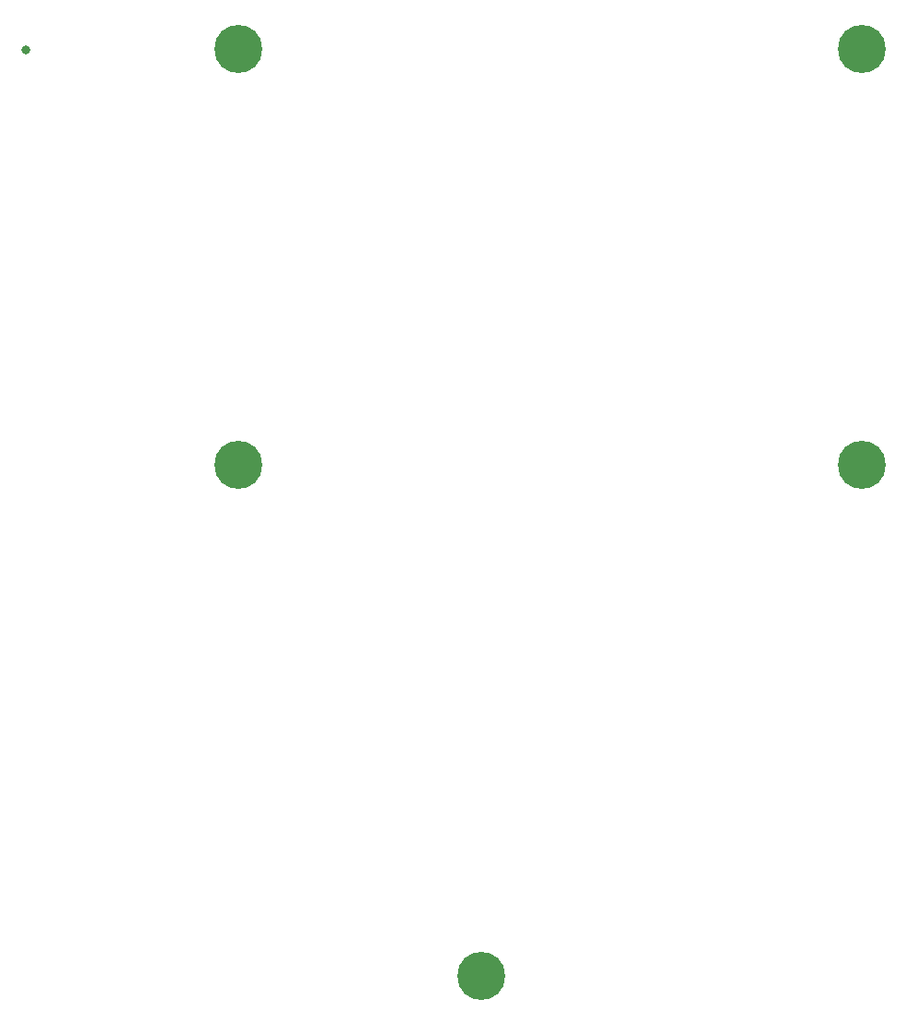
<source format=gbr>
G04 #@! TF.GenerationSoftware,KiCad,Pcbnew,(5.1.4)-1*
G04 #@! TF.CreationDate,2022-03-17T14:52:41-07:00*
G04 #@! TF.ProjectId,TopPlate,546f7050-6c61-4746-952e-6b696361645f,rev?*
G04 #@! TF.SameCoordinates,Original*
G04 #@! TF.FileFunction,Copper,L2,Bot*
G04 #@! TF.FilePolarity,Positive*
%FSLAX46Y46*%
G04 Gerber Fmt 4.6, Leading zero omitted, Abs format (unit mm)*
G04 Created by KiCad (PCBNEW (5.1.4)-1) date 2022-03-17 14:52:41*
%MOMM*%
%LPD*%
G04 APERTURE LIST*
%ADD10C,0.700000*%
%ADD11C,4.400000*%
%ADD12C,0.800000*%
G04 APERTURE END LIST*
D10*
X138485476Y-49633274D03*
X137318750Y-49150000D03*
X136152024Y-49633274D03*
X135668750Y-50800000D03*
X136152024Y-51966726D03*
X137318750Y-52450000D03*
X138485476Y-51966726D03*
X138968750Y-50800000D03*
D11*
X137318750Y-50800000D03*
D10*
X195635476Y-49633274D03*
X194468750Y-49150000D03*
X193302024Y-49633274D03*
X192818750Y-50800000D03*
X193302024Y-51966726D03*
X194468750Y-52450000D03*
X195635476Y-51966726D03*
X196118750Y-50800000D03*
D11*
X194468750Y-50800000D03*
D10*
X195635476Y-87733274D03*
X194468750Y-87250000D03*
X193302024Y-87733274D03*
X192818750Y-88900000D03*
X193302024Y-90066726D03*
X194468750Y-90550000D03*
X195635476Y-90066726D03*
X196118750Y-88900000D03*
D11*
X194468750Y-88900000D03*
D10*
X138485476Y-87733274D03*
X137318750Y-87250000D03*
X136152024Y-87733274D03*
X135668750Y-88900000D03*
X136152024Y-90066726D03*
X137318750Y-90550000D03*
X138485476Y-90066726D03*
X138968750Y-88900000D03*
D11*
X137318750Y-88900000D03*
D10*
X160710476Y-134564524D03*
X159543750Y-134081250D03*
X158377024Y-134564524D03*
X157893750Y-135731250D03*
X158377024Y-136897976D03*
X159543750Y-137381250D03*
X160710476Y-136897976D03*
X161193750Y-135731250D03*
D11*
X159543750Y-135731250D03*
D12*
X117825000Y-50950000D03*
M02*

</source>
